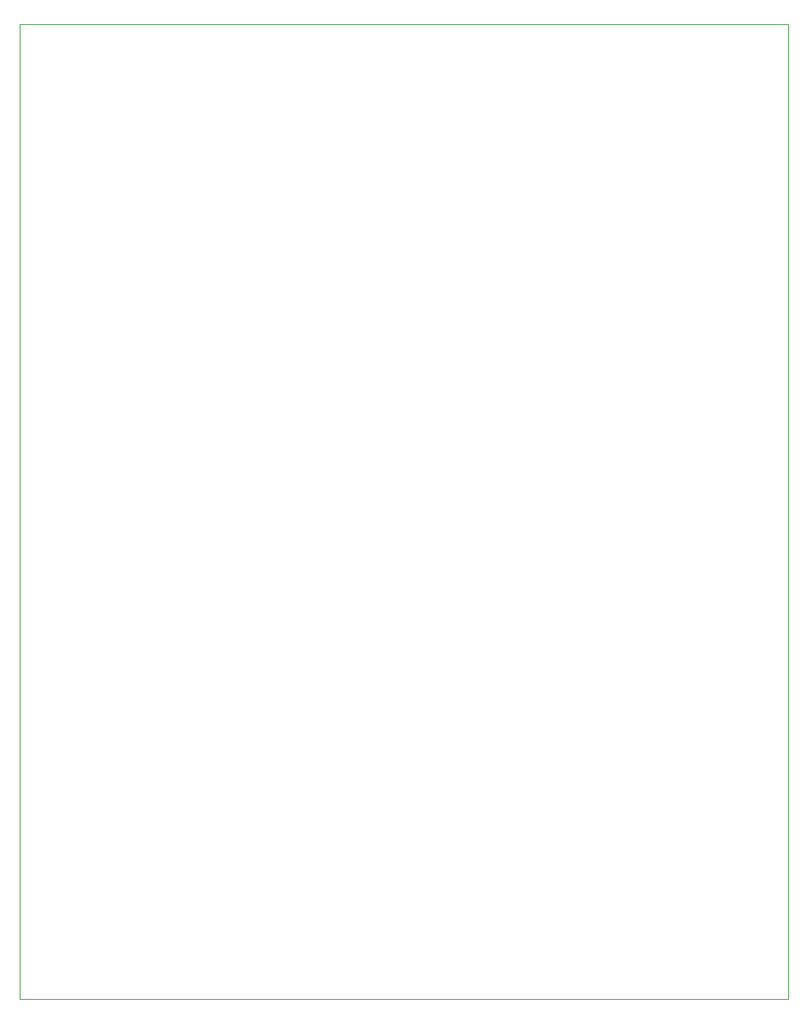
<source format=gbr>
%TF.GenerationSoftware,KiCad,Pcbnew,8.0.6*%
%TF.CreationDate,2024-11-14T02:25:25-08:00*%
%TF.ProjectId,project1,70726f6a-6563-4743-912e-6b696361645f,REV1*%
%TF.SameCoordinates,Original*%
%TF.FileFunction,Profile,NP*%
%FSLAX46Y46*%
G04 Gerber Fmt 4.6, Leading zero omitted, Abs format (unit mm)*
G04 Created by KiCad (PCBNEW 8.0.6) date 2024-11-14 02:25:25*
%MOMM*%
%LPD*%
G01*
G04 APERTURE LIST*
%TA.AperFunction,Profile*%
%ADD10C,0.050000*%
%TD*%
G04 APERTURE END LIST*
D10*
X40000000Y-50500000D02*
X126000000Y-50500000D01*
X126000000Y-159500000D01*
X40000000Y-159500000D01*
X40000000Y-50500000D01*
M02*

</source>
